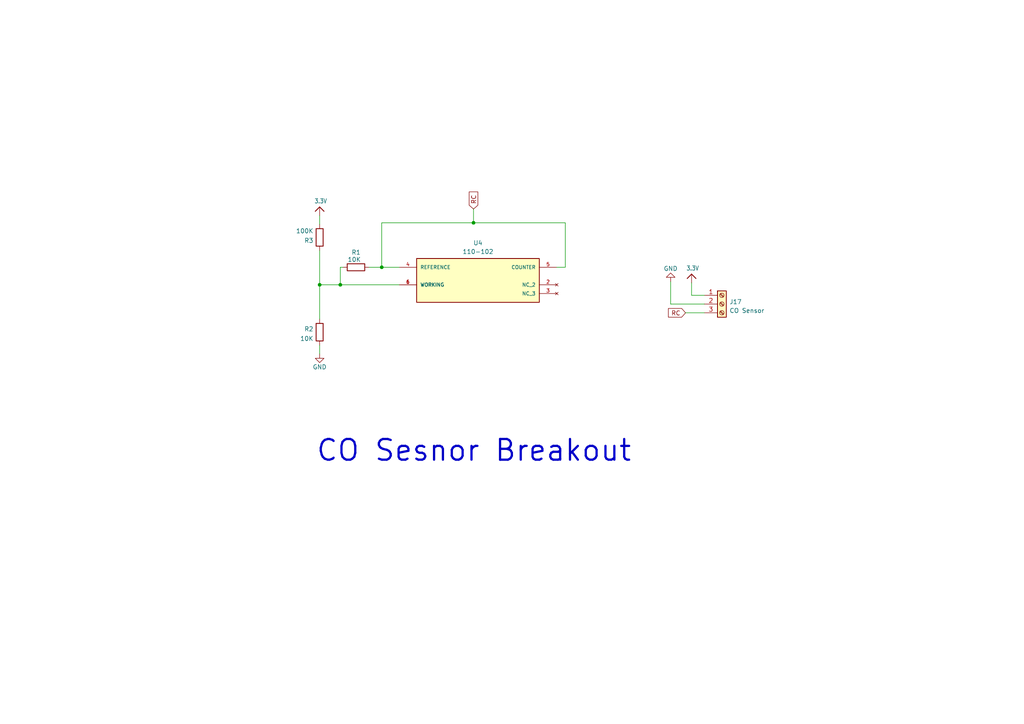
<source format=kicad_sch>
(kicad_sch (version 20230121) (generator eeschema)

  (uuid 4a82b82c-3816-4781-a5f7-2fa1a050ffb2)

  (paper "A4")

  (title_block
    (title "CO Sesnor Breakout")
    (date "2023-08-11")
    (rev "1")
  )

  (lib_symbols
    (symbol "Adafruit QT Py ESP32-C3-eagle-import:3.3V" (power) (in_bom yes) (on_board yes)
      (property "Reference" "" (at 0 0 0)
        (effects (font (size 1.27 1.27)) hide)
      )
      (property "Value" "3.3V" (at -1.524 1.016 0)
        (effects (font (size 1.27 1.0795)) (justify left bottom))
      )
      (property "Footprint" "Adafruit QT Py ESP32-C3:" (at 0 0 0)
        (effects (font (size 1.27 1.27)) hide)
      )
      (property "Datasheet" "" (at 0 0 0)
        (effects (font (size 1.27 1.27)) hide)
      )
      (property "ki_locked" "" (at 0 0 0)
        (effects (font (size 1.27 1.27)))
      )
      (symbol "3.3V_1_0"
        (polyline
          (pts
            (xy -1.27 -1.27)
            (xy 0 0)
          )
          (stroke (width 0.254) (type default))
          (fill (type none))
        )
        (polyline
          (pts
            (xy 0 0)
            (xy 1.27 -1.27)
          )
          (stroke (width 0.254) (type default))
          (fill (type none))
        )
        (pin power_in line (at 0 -2.54 90) (length 2.54)
          (name "3.3V" (effects (font (size 0 0))))
          (number "1" (effects (font (size 0 0))))
        )
      )
    )
    (symbol "CO Sensor:110-102" (pin_names (offset 1.016)) (in_bom yes) (on_board yes)
      (property "Reference" "U" (at -17.78 6.35 0)
        (effects (font (size 1.27 1.27)) (justify left bottom))
      )
      (property "Value" "110-102" (at -17.78 -8.89 0)
        (effects (font (size 1.27 1.27)) (justify left top))
      )
      (property "Footprint" "XDCR_110-102" (at 0 0 0)
        (effects (font (size 1.27 1.27)) (justify bottom) hide)
      )
      (property "Datasheet" "" (at 0 0 0)
        (effects (font (size 1.27 1.27)) hide)
      )
      (property "PARTREV" "April 2017" (at 0 0 0)
        (effects (font (size 1.27 1.27)) (justify bottom) hide)
      )
      (property "STANDARD" "Manufacturer Recommendations" (at 0 0 0)
        (effects (font (size 1.27 1.27)) (justify bottom) hide)
      )
      (property "MAXIMUM_PACKAGE_HEIGHT" "4.193mm" (at 0 0 0)
        (effects (font (size 1.27 1.27)) (justify bottom) hide)
      )
      (property "MANUFACTURER" "SPEC SENSOR" (at 0 0 0)
        (effects (font (size 1.27 1.27)) (justify bottom) hide)
      )
      (symbol "110-102_0_0"
        (rectangle (start -17.78 -7.62) (end 17.78 5.08)
          (stroke (width 0.254) (type default))
          (fill (type background))
        )
        (pin bidirectional line (at -22.86 -2.54 0) (length 5.08)
          (name "WORKING" (effects (font (size 1.016 1.016))))
          (number "1" (effects (font (size 1.016 1.016))))
        )
        (pin no_connect line (at 22.86 -2.54 180) (length 5.08)
          (name "NC_2" (effects (font (size 1.016 1.016))))
          (number "2" (effects (font (size 1.016 1.016))))
        )
        (pin no_connect line (at 22.86 -5.08 180) (length 5.08)
          (name "NC_3" (effects (font (size 1.016 1.016))))
          (number "3" (effects (font (size 1.016 1.016))))
        )
        (pin input line (at -22.86 2.54 0) (length 5.08)
          (name "REFERENCE" (effects (font (size 1.016 1.016))))
          (number "4" (effects (font (size 1.016 1.016))))
        )
        (pin bidirectional line (at 22.86 2.54 180) (length 5.08)
          (name "COUNTER" (effects (font (size 1.016 1.016))))
          (number "5" (effects (font (size 1.016 1.016))))
        )
        (pin bidirectional line (at -22.86 -2.54 0) (length 5.08)
          (name "WORKING" (effects (font (size 1.016 1.016))))
          (number "6" (effects (font (size 1.016 1.016))))
        )
      )
    )
    (symbol "Connector:Screw_Terminal_01x03" (pin_names (offset 1.016) hide) (in_bom yes) (on_board yes)
      (property "Reference" "J" (at 0 5.08 0)
        (effects (font (size 1.27 1.27)))
      )
      (property "Value" "Screw_Terminal_01x03" (at 0 -5.08 0)
        (effects (font (size 1.27 1.27)))
      )
      (property "Footprint" "" (at 0 0 0)
        (effects (font (size 1.27 1.27)) hide)
      )
      (property "Datasheet" "~" (at 0 0 0)
        (effects (font (size 1.27 1.27)) hide)
      )
      (property "ki_keywords" "screw terminal" (at 0 0 0)
        (effects (font (size 1.27 1.27)) hide)
      )
      (property "ki_description" "Generic screw terminal, single row, 01x03, script generated (kicad-library-utils/schlib/autogen/connector/)" (at 0 0 0)
        (effects (font (size 1.27 1.27)) hide)
      )
      (property "ki_fp_filters" "TerminalBlock*:*" (at 0 0 0)
        (effects (font (size 1.27 1.27)) hide)
      )
      (symbol "Screw_Terminal_01x03_1_1"
        (rectangle (start -1.27 3.81) (end 1.27 -3.81)
          (stroke (width 0.254) (type default))
          (fill (type background))
        )
        (circle (center 0 -2.54) (radius 0.635)
          (stroke (width 0.1524) (type default))
          (fill (type none))
        )
        (polyline
          (pts
            (xy -0.5334 -2.2098)
            (xy 0.3302 -3.048)
          )
          (stroke (width 0.1524) (type default))
          (fill (type none))
        )
        (polyline
          (pts
            (xy -0.5334 0.3302)
            (xy 0.3302 -0.508)
          )
          (stroke (width 0.1524) (type default))
          (fill (type none))
        )
        (polyline
          (pts
            (xy -0.5334 2.8702)
            (xy 0.3302 2.032)
          )
          (stroke (width 0.1524) (type default))
          (fill (type none))
        )
        (polyline
          (pts
            (xy -0.3556 -2.032)
            (xy 0.508 -2.8702)
          )
          (stroke (width 0.1524) (type default))
          (fill (type none))
        )
        (polyline
          (pts
            (xy -0.3556 0.508)
            (xy 0.508 -0.3302)
          )
          (stroke (width 0.1524) (type default))
          (fill (type none))
        )
        (polyline
          (pts
            (xy -0.3556 3.048)
            (xy 0.508 2.2098)
          )
          (stroke (width 0.1524) (type default))
          (fill (type none))
        )
        (circle (center 0 0) (radius 0.635)
          (stroke (width 0.1524) (type default))
          (fill (type none))
        )
        (circle (center 0 2.54) (radius 0.635)
          (stroke (width 0.1524) (type default))
          (fill (type none))
        )
        (pin passive line (at -5.08 2.54 0) (length 3.81)
          (name "Pin_1" (effects (font (size 1.27 1.27))))
          (number "1" (effects (font (size 1.27 1.27))))
        )
        (pin passive line (at -5.08 0 0) (length 3.81)
          (name "Pin_2" (effects (font (size 1.27 1.27))))
          (number "2" (effects (font (size 1.27 1.27))))
        )
        (pin passive line (at -5.08 -2.54 0) (length 3.81)
          (name "Pin_3" (effects (font (size 1.27 1.27))))
          (number "3" (effects (font (size 1.27 1.27))))
        )
      )
    )
    (symbol "Device:R" (pin_numbers hide) (pin_names (offset 0)) (in_bom yes) (on_board yes)
      (property "Reference" "R" (at 2.032 0 90)
        (effects (font (size 1.27 1.27)))
      )
      (property "Value" "R" (at 0 0 90)
        (effects (font (size 1.27 1.27)))
      )
      (property "Footprint" "" (at -1.778 0 90)
        (effects (font (size 1.27 1.27)) hide)
      )
      (property "Datasheet" "~" (at 0 0 0)
        (effects (font (size 1.27 1.27)) hide)
      )
      (property "ki_keywords" "R res resistor" (at 0 0 0)
        (effects (font (size 1.27 1.27)) hide)
      )
      (property "ki_description" "Resistor" (at 0 0 0)
        (effects (font (size 1.27 1.27)) hide)
      )
      (property "ki_fp_filters" "R_*" (at 0 0 0)
        (effects (font (size 1.27 1.27)) hide)
      )
      (symbol "R_0_1"
        (rectangle (start -1.016 -2.54) (end 1.016 2.54)
          (stroke (width 0.254) (type default))
          (fill (type none))
        )
      )
      (symbol "R_1_1"
        (pin passive line (at 0 3.81 270) (length 1.27)
          (name "~" (effects (font (size 1.27 1.27))))
          (number "1" (effects (font (size 1.27 1.27))))
        )
        (pin passive line (at 0 -3.81 90) (length 1.27)
          (name "~" (effects (font (size 1.27 1.27))))
          (number "2" (effects (font (size 1.27 1.27))))
        )
      )
    )
    (symbol "power:GND" (power) (pin_names (offset 0)) (in_bom yes) (on_board yes)
      (property "Reference" "#PWR" (at 0 -6.35 0)
        (effects (font (size 1.27 1.27)) hide)
      )
      (property "Value" "GND" (at 0 -3.81 0)
        (effects (font (size 1.27 1.27)))
      )
      (property "Footprint" "" (at 0 0 0)
        (effects (font (size 1.27 1.27)) hide)
      )
      (property "Datasheet" "" (at 0 0 0)
        (effects (font (size 1.27 1.27)) hide)
      )
      (property "ki_keywords" "global power" (at 0 0 0)
        (effects (font (size 1.27 1.27)) hide)
      )
      (property "ki_description" "Power symbol creates a global label with name \"GND\" , ground" (at 0 0 0)
        (effects (font (size 1.27 1.27)) hide)
      )
      (symbol "GND_0_1"
        (polyline
          (pts
            (xy 0 0)
            (xy 0 -1.27)
            (xy 1.27 -1.27)
            (xy 0 -2.54)
            (xy -1.27 -1.27)
            (xy 0 -1.27)
          )
          (stroke (width 0) (type default))
          (fill (type none))
        )
      )
      (symbol "GND_1_1"
        (pin power_in line (at 0 0 270) (length 0) hide
          (name "GND" (effects (font (size 1.27 1.27))))
          (number "1" (effects (font (size 1.27 1.27))))
        )
      )
    )
  )

  (junction (at 137.3378 64.6176) (diameter 0) (color 0 0 0 0)
    (uuid 1594baf9-a66f-456b-a377-3da2e4056234)
  )
  (junction (at 92.71 82.6008) (diameter 0) (color 0 0 0 0)
    (uuid 3309057c-546d-4baf-b7c9-7cce1afd3c9d)
  )
  (junction (at 98.7044 82.6008) (diameter 0) (color 0 0 0 0)
    (uuid bc1988dc-fceb-4502-b4ff-4d48a21303cf)
  )
  (junction (at 110.7186 77.5208) (diameter 0) (color 0 0 0 0)
    (uuid d95fb5c8-d583-47b6-a984-ce44e4bfaa36)
  )

  (wire (pts (xy 110.7186 77.5208) (xy 110.7186 64.6176))
    (stroke (width 0) (type default))
    (uuid 10d016ef-e82f-451d-bbd7-570ee1ab5947)
  )
  (wire (pts (xy 198.8312 90.7288) (xy 204.2922 90.7288))
    (stroke (width 0) (type default))
    (uuid 25c660e2-3a11-42e5-b5b2-6b37aeae820b)
  )
  (wire (pts (xy 194.5132 88.1888) (xy 194.5132 81.7118))
    (stroke (width 0) (type default))
    (uuid 26f88f17-020a-4541-b841-48a48d9883aa)
  )
  (wire (pts (xy 92.71 82.6008) (xy 92.71 72.6694))
    (stroke (width 0) (type default))
    (uuid 3775aaff-8bc8-48e6-a975-b639bdd6f693)
  )
  (wire (pts (xy 200.5838 85.6488) (xy 200.5838 82.042))
    (stroke (width 0) (type default))
    (uuid 42611f8e-9d1d-4150-866e-08f829aa5155)
  )
  (wire (pts (xy 92.71 82.6008) (xy 92.71 92.5322))
    (stroke (width 0) (type default))
    (uuid 58c088b8-6b84-4f27-b036-d52282ed8066)
  )
  (wire (pts (xy 98.7044 82.6008) (xy 115.7732 82.6008))
    (stroke (width 0) (type default))
    (uuid 5d995a1f-b9b1-4f12-8afb-d349e9fdf58c)
  )
  (wire (pts (xy 98.7044 77.5208) (xy 98.7044 82.6008))
    (stroke (width 0) (type default))
    (uuid 7107ecc6-1d97-4c92-8e34-2e5bc3f67e9a)
  )
  (wire (pts (xy 107.061 77.5208) (xy 110.7186 77.5208))
    (stroke (width 0) (type default))
    (uuid 71e5f7ee-4fc7-476e-bda7-05598a78e00f)
  )
  (wire (pts (xy 92.71 82.6008) (xy 98.7044 82.6008))
    (stroke (width 0) (type default))
    (uuid 73b0114a-85ec-4a3e-a941-c59fff0f85e7)
  )
  (wire (pts (xy 204.2922 88.1888) (xy 194.5132 88.1888))
    (stroke (width 0) (type default))
    (uuid 7d0bf1ab-4636-4c07-a582-6139ab743e17)
  )
  (wire (pts (xy 137.3378 64.6176) (xy 163.957 64.6176))
    (stroke (width 0) (type default))
    (uuid 87ce6e6e-7eec-4c4c-bca7-6a12bd22fa66)
  )
  (wire (pts (xy 115.7732 77.5208) (xy 110.7186 77.5208))
    (stroke (width 0) (type default))
    (uuid 97853193-4387-4e6f-8ffc-363b7cd06d3b)
  )
  (wire (pts (xy 163.957 64.6176) (xy 163.957 77.5208))
    (stroke (width 0) (type default))
    (uuid a1c544ad-6f8a-4482-9021-7ee7704c6cf3)
  )
  (wire (pts (xy 204.2922 85.6488) (xy 200.5838 85.6488))
    (stroke (width 0) (type default))
    (uuid b323fae0-862c-4b37-90fd-d769089bef6a)
  )
  (wire (pts (xy 137.3378 60.6298) (xy 137.3378 64.6176))
    (stroke (width 0) (type default))
    (uuid c480f549-fe8c-4a94-bd68-592082f9ddab)
  )
  (wire (pts (xy 92.71 102.6414) (xy 92.71 100.1522))
    (stroke (width 0) (type default))
    (uuid d68d190d-b35c-4b04-b626-bf927125006d)
  )
  (wire (pts (xy 99.441 77.5208) (xy 98.7044 77.5208))
    (stroke (width 0) (type default))
    (uuid dc331fc7-6610-472e-8339-2152e5ee1108)
  )
  (wire (pts (xy 92.71 62.5602) (xy 92.71 65.0494))
    (stroke (width 0) (type default))
    (uuid e1904d81-4628-4998-8b24-c61ebe44ce45)
  )
  (wire (pts (xy 110.7186 64.6176) (xy 137.3378 64.6176))
    (stroke (width 0) (type default))
    (uuid ee095ea5-f14d-415a-ae98-e8c5f42b217e)
  )
  (wire (pts (xy 163.957 77.5208) (xy 161.4932 77.5208))
    (stroke (width 0) (type default))
    (uuid fb2065bd-15b8-40fa-9f36-cd38771e7309)
  )

  (text "CO Sesnor Breakout" (at 183.4642 134.3406 0)
    (effects (font (size 6 6) (thickness 0.6477) bold) (justify right bottom))
    (uuid 136edebc-ea29-4b0d-8fa3-deb9faa2e57e)
  )

  (global_label "RC" (shape input) (at 198.8312 90.7288 180) (fields_autoplaced)
    (effects (font (size 1.27 1.27)) (justify right))
    (uuid ba545bb2-887e-4504-b866-99ec5f8e5685)
    (property "Intersheetrefs" "${INTERSHEET_REFS}" (at 193.3854 90.7288 0)
      (effects (font (size 1.27 1.27)) (justify right) hide)
    )
  )
  (global_label "RC" (shape input) (at 137.3378 60.6298 90) (fields_autoplaced)
    (effects (font (size 1.27 1.27)) (justify left))
    (uuid cdd97c98-fa6b-49b9-a2c9-9fd0a8dc97db)
    (property "Intersheetrefs" "${INTERSHEET_REFS}" (at 137.3378 55.184 90)
      (effects (font (size 1.27 1.27)) (justify left) hide)
    )
  )

  (symbol (lib_id "Device:R") (at 103.251 77.5208 270) (unit 1)
    (in_bom yes) (on_board yes) (dnp no)
    (uuid 0d7956a8-f0b4-49bc-b4b1-278d45521602)
    (property "Reference" "R1" (at 101.9302 73.2028 90)
      (effects (font (size 1.27 1.27)) (justify left))
    )
    (property "Value" "10K" (at 100.7872 75.2856 90)
      (effects (font (size 1.27 1.27)) (justify left))
    )
    (property "Footprint" "Ahsan Libs:R_0805_2012Metric" (at 103.251 75.7428 90)
      (effects (font (size 1.27 1.27)) hide)
    )
    (property "Datasheet" "~" (at 103.251 77.5208 0)
      (effects (font (size 1.27 1.27)) hide)
    )
    (pin "1" (uuid b6d76d1e-527d-4481-9345-f131d79bdece))
    (pin "2" (uuid 07a8a5f0-fd7b-41f3-a19d-78c05ad8f955))
    (instances
      (project "CO Sesnor Breakout"
        (path "/4a82b82c-3816-4781-a5f7-2fa1a050ffb2"
          (reference "R1") (unit 1)
        )
      )
      (project "keyboard"
        (path "/5d80fb7d-ae13-4e08-ba61-7e26fe6662ad"
          (reference "R10") (unit 1)
        )
      )
    )
  )

  (symbol (lib_id "Adafruit QT Py ESP32-C3-eagle-import:3.3V") (at 200.5838 79.502 0) (unit 1)
    (in_bom yes) (on_board yes) (dnp no)
    (uuid 34cb551a-77f3-4cd4-90b6-85187aa99082)
    (property "Reference" "#U$01" (at 200.5838 79.502 0)
      (effects (font (size 1.27 1.27)) hide)
    )
    (property "Value" "3.3V" (at 199.0598 78.486 0)
      (effects (font (size 1.27 1.0795)) (justify left bottom))
    )
    (property "Footprint" "Adafruit QT Py ESP32-C3:" (at 200.5838 79.502 0)
      (effects (font (size 1.27 1.27)) hide)
    )
    (property "Datasheet" "" (at 200.5838 79.502 0)
      (effects (font (size 1.27 1.27)) hide)
    )
    (pin "1" (uuid 70daebb5-e60c-4400-bef5-dc219de7a450))
    (instances
      (project "CO Sesnor Breakout"
        (path "/4a82b82c-3816-4781-a5f7-2fa1a050ffb2"
          (reference "#U$01") (unit 1)
        )
      )
    )
  )

  (symbol (lib_id "Adafruit QT Py ESP32-C3-eagle-import:3.3V") (at 92.71 60.0202 0) (unit 1)
    (in_bom yes) (on_board yes) (dnp no)
    (uuid 38401bed-814a-4344-96d1-47ca1b7d4aaa)
    (property "Reference" "#U$02" (at 92.71 60.0202 0)
      (effects (font (size 1.27 1.27)) hide)
    )
    (property "Value" "3.3V" (at 91.186 59.0042 0)
      (effects (font (size 1.27 1.0795)) (justify left bottom))
    )
    (property "Footprint" "Adafruit QT Py ESP32-C3:" (at 92.71 60.0202 0)
      (effects (font (size 1.27 1.27)) hide)
    )
    (property "Datasheet" "" (at 92.71 60.0202 0)
      (effects (font (size 1.27 1.27)) hide)
    )
    (pin "1" (uuid 0aef4a30-eab3-420d-b345-acd6c8f977d2))
    (instances
      (project "CO Sesnor Breakout"
        (path "/4a82b82c-3816-4781-a5f7-2fa1a050ffb2"
          (reference "#U$02") (unit 1)
        )
      )
    )
  )

  (symbol (lib_id "Device:R") (at 92.71 68.8594 180) (unit 1)
    (in_bom yes) (on_board yes) (dnp no)
    (uuid 554e7510-173d-4bcf-9933-97bfa2074c57)
    (property "Reference" "R3" (at 90.9319 69.7679 0)
      (effects (font (size 1.27 1.27)) (justify left))
    )
    (property "Value" "100K" (at 90.9319 66.9928 0)
      (effects (font (size 1.27 1.27)) (justify left))
    )
    (property "Footprint" "Ahsan Libs:R_0805_2012Metric" (at 94.488 68.8594 90)
      (effects (font (size 1.27 1.27)) hide)
    )
    (property "Datasheet" "~" (at 92.71 68.8594 0)
      (effects (font (size 1.27 1.27)) hide)
    )
    (pin "1" (uuid c6c529d2-27aa-44b2-9dd7-75bde8ec0b7e))
    (pin "2" (uuid 4afea629-4ff9-4ff4-b179-d5d552fd16b4))
    (instances
      (project "CO Sesnor Breakout"
        (path "/4a82b82c-3816-4781-a5f7-2fa1a050ffb2"
          (reference "R3") (unit 1)
        )
      )
      (project "keyboard"
        (path "/5d80fb7d-ae13-4e08-ba61-7e26fe6662ad"
          (reference "R10") (unit 1)
        )
      )
    )
  )

  (symbol (lib_id "power:GND") (at 92.71 102.6414 0) (mirror y) (unit 1)
    (in_bom yes) (on_board yes) (dnp no)
    (uuid 7d33e423-3c28-486e-8506-a48ad85e1b3b)
    (property "Reference" "#PWR03" (at 92.71 108.9914 0)
      (effects (font (size 1.27 1.27)) hide)
    )
    (property "Value" "GND" (at 92.71 106.4514 0)
      (effects (font (size 1.27 1.27)))
    )
    (property "Footprint" "Adafruit QT Py ESP32-C3:" (at 92.71 102.6414 0)
      (effects (font (size 1.27 1.27)) hide)
    )
    (property "Datasheet" "" (at 92.71 102.6414 0)
      (effects (font (size 1.27 1.27)) hide)
    )
    (pin "1" (uuid 97e6c25b-69bb-488c-8d34-73faa5a25ee4))
    (instances
      (project "CO Sesnor Breakout"
        (path "/4a82b82c-3816-4781-a5f7-2fa1a050ffb2"
          (reference "#PWR03") (unit 1)
        )
      )
    )
  )

  (symbol (lib_id "power:GND") (at 194.5132 81.7118 0) (mirror x) (unit 1)
    (in_bom yes) (on_board yes) (dnp no)
    (uuid 95f0bb12-27af-4d9b-8aee-e00b1b28a415)
    (property "Reference" "#PWR01" (at 194.5132 75.3618 0)
      (effects (font (size 1.27 1.27)) hide)
    )
    (property "Value" "GND" (at 194.5132 77.9018 0)
      (effects (font (size 1.27 1.27)))
    )
    (property "Footprint" "Adafruit QT Py ESP32-C3:" (at 194.5132 81.7118 0)
      (effects (font (size 1.27 1.27)) hide)
    )
    (property "Datasheet" "" (at 194.5132 81.7118 0)
      (effects (font (size 1.27 1.27)) hide)
    )
    (pin "1" (uuid fa6985a9-93cd-494b-b130-6bbb5778158a))
    (instances
      (project "CO Sesnor Breakout"
        (path "/4a82b82c-3816-4781-a5f7-2fa1a050ffb2"
          (reference "#PWR01") (unit 1)
        )
      )
    )
  )

  (symbol (lib_id "Device:R") (at 92.71 96.3422 0) (mirror y) (unit 1)
    (in_bom yes) (on_board yes) (dnp no)
    (uuid c9d09215-a6d8-42f4-b410-fc7da5048166)
    (property "Reference" "R2" (at 90.9319 95.4337 0)
      (effects (font (size 1.27 1.27)) (justify left))
    )
    (property "Value" "10K" (at 90.9319 98.2088 0)
      (effects (font (size 1.27 1.27)) (justify left))
    )
    (property "Footprint" "Ahsan Libs:R_0805_2012Metric" (at 94.488 96.3422 90)
      (effects (font (size 1.27 1.27)) hide)
    )
    (property "Datasheet" "~" (at 92.71 96.3422 0)
      (effects (font (size 1.27 1.27)) hide)
    )
    (pin "1" (uuid 75b56ade-f5a7-4835-9363-eee435f5504b))
    (pin "2" (uuid 86c9620c-c60d-4dc6-ae91-f9c9c9061249))
    (instances
      (project "CO Sesnor Breakout"
        (path "/4a82b82c-3816-4781-a5f7-2fa1a050ffb2"
          (reference "R2") (unit 1)
        )
      )
      (project "keyboard"
        (path "/5d80fb7d-ae13-4e08-ba61-7e26fe6662ad"
          (reference "R10") (unit 1)
        )
      )
    )
  )

  (symbol (lib_id "Connector:Screw_Terminal_01x03") (at 209.3722 88.1888 0) (unit 1)
    (in_bom yes) (on_board yes) (dnp no) (fields_autoplaced)
    (uuid ed36bc13-ff96-4f37-b910-feefd8111e3d)
    (property "Reference" "J17" (at 211.5566 87.5538 0)
      (effects (font (size 1.27 1.27)) (justify left))
    )
    (property "Value" "CO Sensor" (at 211.5566 90.0938 0)
      (effects (font (size 1.27 1.27)) (justify left))
    )
    (property "Footprint" "Connector_PinHeader_2.54mm:PinHeader_1x03_P2.54mm_Vertical" (at 209.3722 88.1888 0)
      (effects (font (size 1.27 1.27)) hide)
    )
    (property "Datasheet" "~" (at 209.3722 88.1888 0)
      (effects (font (size 1.27 1.27)) hide)
    )
    (pin "1" (uuid c09fdbcd-2c1d-4e35-a235-8d5386fc0523))
    (pin "2" (uuid cfe22388-81d5-4925-84a4-8e8880c6d760))
    (pin "3" (uuid db24c11b-e88b-485c-a1bf-252c92dabce1))
    (instances
      (project "CO Sesnor Breakout"
        (path "/4a82b82c-3816-4781-a5f7-2fa1a050ffb2"
          (reference "J17") (unit 1)
        )
      )
    )
  )

  (symbol (lib_id "CO Sensor:110-102") (at 138.6332 80.0608 0) (unit 1)
    (in_bom yes) (on_board yes) (dnp no) (fields_autoplaced)
    (uuid ff69f9d8-4b60-4c19-99d6-48546b9628c6)
    (property "Reference" "U4" (at 138.6332 70.4596 0)
      (effects (font (size 1.27 1.27)))
    )
    (property "Value" "110-102" (at 138.6332 72.9996 0)
      (effects (font (size 1.27 1.27)))
    )
    (property "Footprint" "Ahsan Libs:CO Sensor" (at 138.6332 80.0608 0)
      (effects (font (size 1.27 1.27)) (justify bottom) hide)
    )
    (property "Datasheet" "" (at 138.6332 80.0608 0)
      (effects (font (size 1.27 1.27)) hide)
    )
    (property "PARTREV" "April 2017" (at 138.6332 80.0608 0)
      (effects (font (size 1.27 1.27)) (justify bottom) hide)
    )
    (property "STANDARD" "Manufacturer Recommendations" (at 138.6332 80.0608 0)
      (effects (font (size 1.27 1.27)) (justify bottom) hide)
    )
    (property "MAXIMUM_PACKAGE_HEIGHT" "4.193mm" (at 138.6332 80.0608 0)
      (effects (font (size 1.27 1.27)) (justify bottom) hide)
    )
    (property "MANUFACTURER" "SPEC SENSOR" (at 138.6332 80.0608 0)
      (effects (font (size 1.27 1.27)) (justify bottom) hide)
    )
    (pin "1" (uuid d396684f-24e0-4602-af5c-0debaa803f14))
    (pin "2" (uuid 3471fe03-ee15-47c4-9b3e-1455a8e1d172))
    (pin "3" (uuid 033b2630-5874-45ae-9e80-99f3d1fc6d75))
    (pin "4" (uuid 9968745f-0b49-4af3-96bc-c569bd3d5054))
    (pin "5" (uuid c0e7380f-7b88-4cd6-9841-c5b658d4099d))
    (pin "6" (uuid 295b66f1-dade-431b-b3ed-0f26ddb6bf38))
    (instances
      (project "CO Sesnor Breakout"
        (path "/4a82b82c-3816-4781-a5f7-2fa1a050ffb2"
          (reference "U4") (unit 1)
        )
      )
    )
  )

  (sheet_instances
    (path "/" (page "1"))
  )
)

</source>
